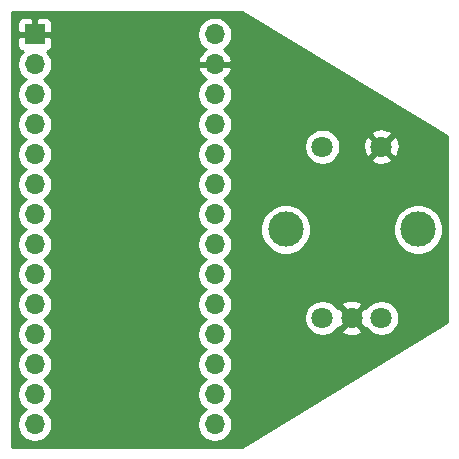
<source format=gbr>
G04 #@! TF.GenerationSoftware,KiCad,Pcbnew,(5.1.5-0-10_14)*
G04 #@! TF.CreationDate,2020-09-26T23:49:40+02:00*
G04 #@! TF.ProjectId,es_rotary,65735f72-6f74-4617-9279-2e6b69636164,rev?*
G04 #@! TF.SameCoordinates,Original*
G04 #@! TF.FileFunction,Copper,L2,Bot*
G04 #@! TF.FilePolarity,Positive*
%FSLAX46Y46*%
G04 Gerber Fmt 4.6, Leading zero omitted, Abs format (unit mm)*
G04 Created by KiCad (PCBNEW (5.1.5-0-10_14)) date 2020-09-26 23:49:40*
%MOMM*%
%LPD*%
G04 APERTURE LIST*
%ADD10O,1.700000X1.700000*%
%ADD11R,1.700000X1.700000*%
%ADD12C,3.000000*%
%ADD13C,1.800000*%
%ADD14C,0.254000*%
G04 APERTURE END LIST*
D10*
X149860000Y-104140000D03*
X149860000Y-101600000D03*
X149860000Y-99060000D03*
X149860000Y-96520000D03*
X149860000Y-93980000D03*
X149860000Y-91440000D03*
X149860000Y-88900000D03*
X149860000Y-86360000D03*
X149860000Y-83820000D03*
X149860000Y-81280000D03*
X149860000Y-78740000D03*
X149860000Y-76200000D03*
X149860000Y-73660000D03*
X149860000Y-71120000D03*
D11*
X134620000Y-71120000D03*
D10*
X134620000Y-73660000D03*
X134620000Y-76200000D03*
X134620000Y-78740000D03*
X134620000Y-81280000D03*
X134620000Y-83820000D03*
X134620000Y-86360000D03*
X134620000Y-88900000D03*
X134620000Y-91440000D03*
X134620000Y-93980000D03*
X134620000Y-96520000D03*
X134620000Y-99060000D03*
X134620000Y-101600000D03*
X134620000Y-104140000D03*
D12*
X155874999Y-87630000D03*
X167074999Y-87630000D03*
D13*
X163974999Y-80630000D03*
X163974999Y-95130000D03*
X161474999Y-95130000D03*
X158974999Y-95130000D03*
X158974999Y-80630000D03*
D14*
G36*
X169520000Y-79746407D02*
G01*
X169520001Y-95513592D01*
X152215330Y-106020000D01*
X132740000Y-106020000D01*
X132740000Y-71970000D01*
X133131928Y-71970000D01*
X133144188Y-72094482D01*
X133180498Y-72214180D01*
X133239463Y-72324494D01*
X133318815Y-72421185D01*
X133415506Y-72500537D01*
X133525820Y-72559502D01*
X133598380Y-72581513D01*
X133466525Y-72713368D01*
X133304010Y-72956589D01*
X133192068Y-73226842D01*
X133135000Y-73513740D01*
X133135000Y-73806260D01*
X133192068Y-74093158D01*
X133304010Y-74363411D01*
X133466525Y-74606632D01*
X133673368Y-74813475D01*
X133847760Y-74930000D01*
X133673368Y-75046525D01*
X133466525Y-75253368D01*
X133304010Y-75496589D01*
X133192068Y-75766842D01*
X133135000Y-76053740D01*
X133135000Y-76346260D01*
X133192068Y-76633158D01*
X133304010Y-76903411D01*
X133466525Y-77146632D01*
X133673368Y-77353475D01*
X133847760Y-77470000D01*
X133673368Y-77586525D01*
X133466525Y-77793368D01*
X133304010Y-78036589D01*
X133192068Y-78306842D01*
X133135000Y-78593740D01*
X133135000Y-78886260D01*
X133192068Y-79173158D01*
X133304010Y-79443411D01*
X133466525Y-79686632D01*
X133673368Y-79893475D01*
X133847760Y-80010000D01*
X133673368Y-80126525D01*
X133466525Y-80333368D01*
X133304010Y-80576589D01*
X133192068Y-80846842D01*
X133135000Y-81133740D01*
X133135000Y-81426260D01*
X133192068Y-81713158D01*
X133304010Y-81983411D01*
X133466525Y-82226632D01*
X133673368Y-82433475D01*
X133847760Y-82550000D01*
X133673368Y-82666525D01*
X133466525Y-82873368D01*
X133304010Y-83116589D01*
X133192068Y-83386842D01*
X133135000Y-83673740D01*
X133135000Y-83966260D01*
X133192068Y-84253158D01*
X133304010Y-84523411D01*
X133466525Y-84766632D01*
X133673368Y-84973475D01*
X133847760Y-85090000D01*
X133673368Y-85206525D01*
X133466525Y-85413368D01*
X133304010Y-85656589D01*
X133192068Y-85926842D01*
X133135000Y-86213740D01*
X133135000Y-86506260D01*
X133192068Y-86793158D01*
X133304010Y-87063411D01*
X133466525Y-87306632D01*
X133673368Y-87513475D01*
X133847760Y-87630000D01*
X133673368Y-87746525D01*
X133466525Y-87953368D01*
X133304010Y-88196589D01*
X133192068Y-88466842D01*
X133135000Y-88753740D01*
X133135000Y-89046260D01*
X133192068Y-89333158D01*
X133304010Y-89603411D01*
X133466525Y-89846632D01*
X133673368Y-90053475D01*
X133847760Y-90170000D01*
X133673368Y-90286525D01*
X133466525Y-90493368D01*
X133304010Y-90736589D01*
X133192068Y-91006842D01*
X133135000Y-91293740D01*
X133135000Y-91586260D01*
X133192068Y-91873158D01*
X133304010Y-92143411D01*
X133466525Y-92386632D01*
X133673368Y-92593475D01*
X133847760Y-92710000D01*
X133673368Y-92826525D01*
X133466525Y-93033368D01*
X133304010Y-93276589D01*
X133192068Y-93546842D01*
X133135000Y-93833740D01*
X133135000Y-94126260D01*
X133192068Y-94413158D01*
X133304010Y-94683411D01*
X133466525Y-94926632D01*
X133673368Y-95133475D01*
X133847760Y-95250000D01*
X133673368Y-95366525D01*
X133466525Y-95573368D01*
X133304010Y-95816589D01*
X133192068Y-96086842D01*
X133135000Y-96373740D01*
X133135000Y-96666260D01*
X133192068Y-96953158D01*
X133304010Y-97223411D01*
X133466525Y-97466632D01*
X133673368Y-97673475D01*
X133847760Y-97790000D01*
X133673368Y-97906525D01*
X133466525Y-98113368D01*
X133304010Y-98356589D01*
X133192068Y-98626842D01*
X133135000Y-98913740D01*
X133135000Y-99206260D01*
X133192068Y-99493158D01*
X133304010Y-99763411D01*
X133466525Y-100006632D01*
X133673368Y-100213475D01*
X133847760Y-100330000D01*
X133673368Y-100446525D01*
X133466525Y-100653368D01*
X133304010Y-100896589D01*
X133192068Y-101166842D01*
X133135000Y-101453740D01*
X133135000Y-101746260D01*
X133192068Y-102033158D01*
X133304010Y-102303411D01*
X133466525Y-102546632D01*
X133673368Y-102753475D01*
X133847760Y-102870000D01*
X133673368Y-102986525D01*
X133466525Y-103193368D01*
X133304010Y-103436589D01*
X133192068Y-103706842D01*
X133135000Y-103993740D01*
X133135000Y-104286260D01*
X133192068Y-104573158D01*
X133304010Y-104843411D01*
X133466525Y-105086632D01*
X133673368Y-105293475D01*
X133916589Y-105455990D01*
X134186842Y-105567932D01*
X134473740Y-105625000D01*
X134766260Y-105625000D01*
X135053158Y-105567932D01*
X135323411Y-105455990D01*
X135566632Y-105293475D01*
X135773475Y-105086632D01*
X135935990Y-104843411D01*
X136047932Y-104573158D01*
X136105000Y-104286260D01*
X136105000Y-103993740D01*
X136047932Y-103706842D01*
X135935990Y-103436589D01*
X135773475Y-103193368D01*
X135566632Y-102986525D01*
X135392240Y-102870000D01*
X135566632Y-102753475D01*
X135773475Y-102546632D01*
X135935990Y-102303411D01*
X136047932Y-102033158D01*
X136105000Y-101746260D01*
X136105000Y-101453740D01*
X136047932Y-101166842D01*
X135935990Y-100896589D01*
X135773475Y-100653368D01*
X135566632Y-100446525D01*
X135392240Y-100330000D01*
X135566632Y-100213475D01*
X135773475Y-100006632D01*
X135935990Y-99763411D01*
X136047932Y-99493158D01*
X136105000Y-99206260D01*
X136105000Y-98913740D01*
X136047932Y-98626842D01*
X135935990Y-98356589D01*
X135773475Y-98113368D01*
X135566632Y-97906525D01*
X135392240Y-97790000D01*
X135566632Y-97673475D01*
X135773475Y-97466632D01*
X135935990Y-97223411D01*
X136047932Y-96953158D01*
X136105000Y-96666260D01*
X136105000Y-96373740D01*
X136047932Y-96086842D01*
X135935990Y-95816589D01*
X135773475Y-95573368D01*
X135566632Y-95366525D01*
X135392240Y-95250000D01*
X135566632Y-95133475D01*
X135773475Y-94926632D01*
X135935990Y-94683411D01*
X136047932Y-94413158D01*
X136105000Y-94126260D01*
X136105000Y-93833740D01*
X136047932Y-93546842D01*
X135935990Y-93276589D01*
X135773475Y-93033368D01*
X135566632Y-92826525D01*
X135392240Y-92710000D01*
X135566632Y-92593475D01*
X135773475Y-92386632D01*
X135935990Y-92143411D01*
X136047932Y-91873158D01*
X136105000Y-91586260D01*
X136105000Y-91293740D01*
X136047932Y-91006842D01*
X135935990Y-90736589D01*
X135773475Y-90493368D01*
X135566632Y-90286525D01*
X135392240Y-90170000D01*
X135566632Y-90053475D01*
X135773475Y-89846632D01*
X135935990Y-89603411D01*
X136047932Y-89333158D01*
X136105000Y-89046260D01*
X136105000Y-88753740D01*
X136047932Y-88466842D01*
X135935990Y-88196589D01*
X135773475Y-87953368D01*
X135566632Y-87746525D01*
X135392240Y-87630000D01*
X135566632Y-87513475D01*
X135773475Y-87306632D01*
X135935990Y-87063411D01*
X136047932Y-86793158D01*
X136105000Y-86506260D01*
X136105000Y-86213740D01*
X136047932Y-85926842D01*
X135935990Y-85656589D01*
X135773475Y-85413368D01*
X135566632Y-85206525D01*
X135392240Y-85090000D01*
X135566632Y-84973475D01*
X135773475Y-84766632D01*
X135935990Y-84523411D01*
X136047932Y-84253158D01*
X136105000Y-83966260D01*
X136105000Y-83673740D01*
X136047932Y-83386842D01*
X135935990Y-83116589D01*
X135773475Y-82873368D01*
X135566632Y-82666525D01*
X135392240Y-82550000D01*
X135566632Y-82433475D01*
X135773475Y-82226632D01*
X135935990Y-81983411D01*
X136047932Y-81713158D01*
X136105000Y-81426260D01*
X136105000Y-81133740D01*
X136047932Y-80846842D01*
X135935990Y-80576589D01*
X135773475Y-80333368D01*
X135566632Y-80126525D01*
X135392240Y-80010000D01*
X135566632Y-79893475D01*
X135773475Y-79686632D01*
X135935990Y-79443411D01*
X136047932Y-79173158D01*
X136105000Y-78886260D01*
X136105000Y-78593740D01*
X136047932Y-78306842D01*
X135935990Y-78036589D01*
X135773475Y-77793368D01*
X135566632Y-77586525D01*
X135392240Y-77470000D01*
X135566632Y-77353475D01*
X135773475Y-77146632D01*
X135935990Y-76903411D01*
X136047932Y-76633158D01*
X136105000Y-76346260D01*
X136105000Y-76053740D01*
X148375000Y-76053740D01*
X148375000Y-76346260D01*
X148432068Y-76633158D01*
X148544010Y-76903411D01*
X148706525Y-77146632D01*
X148913368Y-77353475D01*
X149087760Y-77470000D01*
X148913368Y-77586525D01*
X148706525Y-77793368D01*
X148544010Y-78036589D01*
X148432068Y-78306842D01*
X148375000Y-78593740D01*
X148375000Y-78886260D01*
X148432068Y-79173158D01*
X148544010Y-79443411D01*
X148706525Y-79686632D01*
X148913368Y-79893475D01*
X149087760Y-80010000D01*
X148913368Y-80126525D01*
X148706525Y-80333368D01*
X148544010Y-80576589D01*
X148432068Y-80846842D01*
X148375000Y-81133740D01*
X148375000Y-81426260D01*
X148432068Y-81713158D01*
X148544010Y-81983411D01*
X148706525Y-82226632D01*
X148913368Y-82433475D01*
X149087760Y-82550000D01*
X148913368Y-82666525D01*
X148706525Y-82873368D01*
X148544010Y-83116589D01*
X148432068Y-83386842D01*
X148375000Y-83673740D01*
X148375000Y-83966260D01*
X148432068Y-84253158D01*
X148544010Y-84523411D01*
X148706525Y-84766632D01*
X148913368Y-84973475D01*
X149087760Y-85090000D01*
X148913368Y-85206525D01*
X148706525Y-85413368D01*
X148544010Y-85656589D01*
X148432068Y-85926842D01*
X148375000Y-86213740D01*
X148375000Y-86506260D01*
X148432068Y-86793158D01*
X148544010Y-87063411D01*
X148706525Y-87306632D01*
X148913368Y-87513475D01*
X149087760Y-87630000D01*
X148913368Y-87746525D01*
X148706525Y-87953368D01*
X148544010Y-88196589D01*
X148432068Y-88466842D01*
X148375000Y-88753740D01*
X148375000Y-89046260D01*
X148432068Y-89333158D01*
X148544010Y-89603411D01*
X148706525Y-89846632D01*
X148913368Y-90053475D01*
X149087760Y-90170000D01*
X148913368Y-90286525D01*
X148706525Y-90493368D01*
X148544010Y-90736589D01*
X148432068Y-91006842D01*
X148375000Y-91293740D01*
X148375000Y-91586260D01*
X148432068Y-91873158D01*
X148544010Y-92143411D01*
X148706525Y-92386632D01*
X148913368Y-92593475D01*
X149087760Y-92710000D01*
X148913368Y-92826525D01*
X148706525Y-93033368D01*
X148544010Y-93276589D01*
X148432068Y-93546842D01*
X148375000Y-93833740D01*
X148375000Y-94126260D01*
X148432068Y-94413158D01*
X148544010Y-94683411D01*
X148706525Y-94926632D01*
X148913368Y-95133475D01*
X149087760Y-95250000D01*
X148913368Y-95366525D01*
X148706525Y-95573368D01*
X148544010Y-95816589D01*
X148432068Y-96086842D01*
X148375000Y-96373740D01*
X148375000Y-96666260D01*
X148432068Y-96953158D01*
X148544010Y-97223411D01*
X148706525Y-97466632D01*
X148913368Y-97673475D01*
X149087760Y-97790000D01*
X148913368Y-97906525D01*
X148706525Y-98113368D01*
X148544010Y-98356589D01*
X148432068Y-98626842D01*
X148375000Y-98913740D01*
X148375000Y-99206260D01*
X148432068Y-99493158D01*
X148544010Y-99763411D01*
X148706525Y-100006632D01*
X148913368Y-100213475D01*
X149087760Y-100330000D01*
X148913368Y-100446525D01*
X148706525Y-100653368D01*
X148544010Y-100896589D01*
X148432068Y-101166842D01*
X148375000Y-101453740D01*
X148375000Y-101746260D01*
X148432068Y-102033158D01*
X148544010Y-102303411D01*
X148706525Y-102546632D01*
X148913368Y-102753475D01*
X149087760Y-102870000D01*
X148913368Y-102986525D01*
X148706525Y-103193368D01*
X148544010Y-103436589D01*
X148432068Y-103706842D01*
X148375000Y-103993740D01*
X148375000Y-104286260D01*
X148432068Y-104573158D01*
X148544010Y-104843411D01*
X148706525Y-105086632D01*
X148913368Y-105293475D01*
X149156589Y-105455990D01*
X149426842Y-105567932D01*
X149713740Y-105625000D01*
X150006260Y-105625000D01*
X150293158Y-105567932D01*
X150563411Y-105455990D01*
X150806632Y-105293475D01*
X151013475Y-105086632D01*
X151175990Y-104843411D01*
X151287932Y-104573158D01*
X151345000Y-104286260D01*
X151345000Y-103993740D01*
X151287932Y-103706842D01*
X151175990Y-103436589D01*
X151013475Y-103193368D01*
X150806632Y-102986525D01*
X150632240Y-102870000D01*
X150806632Y-102753475D01*
X151013475Y-102546632D01*
X151175990Y-102303411D01*
X151287932Y-102033158D01*
X151345000Y-101746260D01*
X151345000Y-101453740D01*
X151287932Y-101166842D01*
X151175990Y-100896589D01*
X151013475Y-100653368D01*
X150806632Y-100446525D01*
X150632240Y-100330000D01*
X150806632Y-100213475D01*
X151013475Y-100006632D01*
X151175990Y-99763411D01*
X151287932Y-99493158D01*
X151345000Y-99206260D01*
X151345000Y-98913740D01*
X151287932Y-98626842D01*
X151175990Y-98356589D01*
X151013475Y-98113368D01*
X150806632Y-97906525D01*
X150632240Y-97790000D01*
X150806632Y-97673475D01*
X151013475Y-97466632D01*
X151175990Y-97223411D01*
X151287932Y-96953158D01*
X151345000Y-96666260D01*
X151345000Y-96373740D01*
X151287932Y-96086842D01*
X151175990Y-95816589D01*
X151013475Y-95573368D01*
X150806632Y-95366525D01*
X150632240Y-95250000D01*
X150806632Y-95133475D01*
X150961291Y-94978816D01*
X157439999Y-94978816D01*
X157439999Y-95281184D01*
X157498988Y-95577743D01*
X157614700Y-95857095D01*
X157782687Y-96108505D01*
X157996494Y-96322312D01*
X158247904Y-96490299D01*
X158527256Y-96606011D01*
X158823815Y-96665000D01*
X159126183Y-96665000D01*
X159422742Y-96606011D01*
X159702094Y-96490299D01*
X159953504Y-96322312D01*
X160081736Y-96194080D01*
X160590524Y-96194080D01*
X160674207Y-96448261D01*
X160946774Y-96579158D01*
X161239641Y-96654365D01*
X161541552Y-96670991D01*
X161840906Y-96628397D01*
X162126198Y-96528222D01*
X162275791Y-96448261D01*
X162359474Y-96194080D01*
X161474999Y-95309605D01*
X160590524Y-96194080D01*
X160081736Y-96194080D01*
X160167311Y-96108505D01*
X160262737Y-95965690D01*
X160410919Y-96014475D01*
X161295394Y-95130000D01*
X161654604Y-95130000D01*
X162539079Y-96014475D01*
X162687261Y-95965690D01*
X162782687Y-96108505D01*
X162996494Y-96322312D01*
X163247904Y-96490299D01*
X163527256Y-96606011D01*
X163823815Y-96665000D01*
X164126183Y-96665000D01*
X164422742Y-96606011D01*
X164702094Y-96490299D01*
X164953504Y-96322312D01*
X165167311Y-96108505D01*
X165335298Y-95857095D01*
X165451010Y-95577743D01*
X165509999Y-95281184D01*
X165509999Y-94978816D01*
X165451010Y-94682257D01*
X165335298Y-94402905D01*
X165167311Y-94151495D01*
X164953504Y-93937688D01*
X164702094Y-93769701D01*
X164422742Y-93653989D01*
X164126183Y-93595000D01*
X163823815Y-93595000D01*
X163527256Y-93653989D01*
X163247904Y-93769701D01*
X162996494Y-93937688D01*
X162782687Y-94151495D01*
X162687261Y-94294310D01*
X162539079Y-94245525D01*
X161654604Y-95130000D01*
X161295394Y-95130000D01*
X160410919Y-94245525D01*
X160262737Y-94294310D01*
X160167311Y-94151495D01*
X160081736Y-94065920D01*
X160590524Y-94065920D01*
X161474999Y-94950395D01*
X162359474Y-94065920D01*
X162275791Y-93811739D01*
X162003224Y-93680842D01*
X161710357Y-93605635D01*
X161408446Y-93589009D01*
X161109092Y-93631603D01*
X160823800Y-93731778D01*
X160674207Y-93811739D01*
X160590524Y-94065920D01*
X160081736Y-94065920D01*
X159953504Y-93937688D01*
X159702094Y-93769701D01*
X159422742Y-93653989D01*
X159126183Y-93595000D01*
X158823815Y-93595000D01*
X158527256Y-93653989D01*
X158247904Y-93769701D01*
X157996494Y-93937688D01*
X157782687Y-94151495D01*
X157614700Y-94402905D01*
X157498988Y-94682257D01*
X157439999Y-94978816D01*
X150961291Y-94978816D01*
X151013475Y-94926632D01*
X151175990Y-94683411D01*
X151287932Y-94413158D01*
X151345000Y-94126260D01*
X151345000Y-93833740D01*
X151287932Y-93546842D01*
X151175990Y-93276589D01*
X151013475Y-93033368D01*
X150806632Y-92826525D01*
X150632240Y-92710000D01*
X150806632Y-92593475D01*
X151013475Y-92386632D01*
X151175990Y-92143411D01*
X151287932Y-91873158D01*
X151345000Y-91586260D01*
X151345000Y-91293740D01*
X151287932Y-91006842D01*
X151175990Y-90736589D01*
X151013475Y-90493368D01*
X150806632Y-90286525D01*
X150632240Y-90170000D01*
X150806632Y-90053475D01*
X151013475Y-89846632D01*
X151175990Y-89603411D01*
X151287932Y-89333158D01*
X151345000Y-89046260D01*
X151345000Y-88753740D01*
X151287932Y-88466842D01*
X151175990Y-88196589D01*
X151013475Y-87953368D01*
X150806632Y-87746525D01*
X150632240Y-87630000D01*
X150806632Y-87513475D01*
X150900386Y-87419721D01*
X153739999Y-87419721D01*
X153739999Y-87840279D01*
X153822046Y-88252756D01*
X153982987Y-88641302D01*
X154216636Y-88990983D01*
X154514016Y-89288363D01*
X154863697Y-89522012D01*
X155252243Y-89682953D01*
X155664720Y-89765000D01*
X156085278Y-89765000D01*
X156497755Y-89682953D01*
X156886301Y-89522012D01*
X157235982Y-89288363D01*
X157533362Y-88990983D01*
X157767011Y-88641302D01*
X157927952Y-88252756D01*
X158009999Y-87840279D01*
X158009999Y-87419721D01*
X164939999Y-87419721D01*
X164939999Y-87840279D01*
X165022046Y-88252756D01*
X165182987Y-88641302D01*
X165416636Y-88990983D01*
X165714016Y-89288363D01*
X166063697Y-89522012D01*
X166452243Y-89682953D01*
X166864720Y-89765000D01*
X167285278Y-89765000D01*
X167697755Y-89682953D01*
X168086301Y-89522012D01*
X168435982Y-89288363D01*
X168733362Y-88990983D01*
X168967011Y-88641302D01*
X169127952Y-88252756D01*
X169209999Y-87840279D01*
X169209999Y-87419721D01*
X169127952Y-87007244D01*
X168967011Y-86618698D01*
X168733362Y-86269017D01*
X168435982Y-85971637D01*
X168086301Y-85737988D01*
X167697755Y-85577047D01*
X167285278Y-85495000D01*
X166864720Y-85495000D01*
X166452243Y-85577047D01*
X166063697Y-85737988D01*
X165714016Y-85971637D01*
X165416636Y-86269017D01*
X165182987Y-86618698D01*
X165022046Y-87007244D01*
X164939999Y-87419721D01*
X158009999Y-87419721D01*
X157927952Y-87007244D01*
X157767011Y-86618698D01*
X157533362Y-86269017D01*
X157235982Y-85971637D01*
X156886301Y-85737988D01*
X156497755Y-85577047D01*
X156085278Y-85495000D01*
X155664720Y-85495000D01*
X155252243Y-85577047D01*
X154863697Y-85737988D01*
X154514016Y-85971637D01*
X154216636Y-86269017D01*
X153982987Y-86618698D01*
X153822046Y-87007244D01*
X153739999Y-87419721D01*
X150900386Y-87419721D01*
X151013475Y-87306632D01*
X151175990Y-87063411D01*
X151287932Y-86793158D01*
X151345000Y-86506260D01*
X151345000Y-86213740D01*
X151287932Y-85926842D01*
X151175990Y-85656589D01*
X151013475Y-85413368D01*
X150806632Y-85206525D01*
X150632240Y-85090000D01*
X150806632Y-84973475D01*
X151013475Y-84766632D01*
X151175990Y-84523411D01*
X151287932Y-84253158D01*
X151345000Y-83966260D01*
X151345000Y-83673740D01*
X151287932Y-83386842D01*
X151175990Y-83116589D01*
X151013475Y-82873368D01*
X150806632Y-82666525D01*
X150632240Y-82550000D01*
X150806632Y-82433475D01*
X151013475Y-82226632D01*
X151175990Y-81983411D01*
X151287932Y-81713158D01*
X151345000Y-81426260D01*
X151345000Y-81133740D01*
X151287932Y-80846842D01*
X151175990Y-80576589D01*
X151110661Y-80478816D01*
X157439999Y-80478816D01*
X157439999Y-80781184D01*
X157498988Y-81077743D01*
X157614700Y-81357095D01*
X157782687Y-81608505D01*
X157996494Y-81822312D01*
X158247904Y-81990299D01*
X158527256Y-82106011D01*
X158823815Y-82165000D01*
X159126183Y-82165000D01*
X159422742Y-82106011D01*
X159702094Y-81990299D01*
X159953504Y-81822312D01*
X160081736Y-81694080D01*
X163090524Y-81694080D01*
X163174207Y-81948261D01*
X163446774Y-82079158D01*
X163739641Y-82154365D01*
X164041552Y-82170991D01*
X164340906Y-82128397D01*
X164626198Y-82028222D01*
X164775791Y-81948261D01*
X164859474Y-81694080D01*
X163974999Y-80809605D01*
X163090524Y-81694080D01*
X160081736Y-81694080D01*
X160167311Y-81608505D01*
X160335298Y-81357095D01*
X160451010Y-81077743D01*
X160509999Y-80781184D01*
X160509999Y-80696553D01*
X162434008Y-80696553D01*
X162476602Y-80995907D01*
X162576777Y-81281199D01*
X162656738Y-81430792D01*
X162910919Y-81514475D01*
X163795394Y-80630000D01*
X164154604Y-80630000D01*
X165039079Y-81514475D01*
X165293260Y-81430792D01*
X165424157Y-81158225D01*
X165499364Y-80865358D01*
X165515990Y-80563447D01*
X165473396Y-80264093D01*
X165373221Y-79978801D01*
X165293260Y-79829208D01*
X165039079Y-79745525D01*
X164154604Y-80630000D01*
X163795394Y-80630000D01*
X162910919Y-79745525D01*
X162656738Y-79829208D01*
X162525841Y-80101775D01*
X162450634Y-80394642D01*
X162434008Y-80696553D01*
X160509999Y-80696553D01*
X160509999Y-80478816D01*
X160451010Y-80182257D01*
X160335298Y-79902905D01*
X160167311Y-79651495D01*
X160081736Y-79565920D01*
X163090524Y-79565920D01*
X163974999Y-80450395D01*
X164859474Y-79565920D01*
X164775791Y-79311739D01*
X164503224Y-79180842D01*
X164210357Y-79105635D01*
X163908446Y-79089009D01*
X163609092Y-79131603D01*
X163323800Y-79231778D01*
X163174207Y-79311739D01*
X163090524Y-79565920D01*
X160081736Y-79565920D01*
X159953504Y-79437688D01*
X159702094Y-79269701D01*
X159422742Y-79153989D01*
X159126183Y-79095000D01*
X158823815Y-79095000D01*
X158527256Y-79153989D01*
X158247904Y-79269701D01*
X157996494Y-79437688D01*
X157782687Y-79651495D01*
X157614700Y-79902905D01*
X157498988Y-80182257D01*
X157439999Y-80478816D01*
X151110661Y-80478816D01*
X151013475Y-80333368D01*
X150806632Y-80126525D01*
X150632240Y-80010000D01*
X150806632Y-79893475D01*
X151013475Y-79686632D01*
X151175990Y-79443411D01*
X151287932Y-79173158D01*
X151345000Y-78886260D01*
X151345000Y-78593740D01*
X151287932Y-78306842D01*
X151175990Y-78036589D01*
X151013475Y-77793368D01*
X150806632Y-77586525D01*
X150632240Y-77470000D01*
X150806632Y-77353475D01*
X151013475Y-77146632D01*
X151175990Y-76903411D01*
X151287932Y-76633158D01*
X151345000Y-76346260D01*
X151345000Y-76053740D01*
X151287932Y-75766842D01*
X151175990Y-75496589D01*
X151013475Y-75253368D01*
X150806632Y-75046525D01*
X150624466Y-74924805D01*
X150741355Y-74855178D01*
X150957588Y-74660269D01*
X151131641Y-74426920D01*
X151256825Y-74164099D01*
X151301476Y-74016890D01*
X151180155Y-73787000D01*
X149987000Y-73787000D01*
X149987000Y-73807000D01*
X149733000Y-73807000D01*
X149733000Y-73787000D01*
X148539845Y-73787000D01*
X148418524Y-74016890D01*
X148463175Y-74164099D01*
X148588359Y-74426920D01*
X148762412Y-74660269D01*
X148978645Y-74855178D01*
X149095534Y-74924805D01*
X148913368Y-75046525D01*
X148706525Y-75253368D01*
X148544010Y-75496589D01*
X148432068Y-75766842D01*
X148375000Y-76053740D01*
X136105000Y-76053740D01*
X136047932Y-75766842D01*
X135935990Y-75496589D01*
X135773475Y-75253368D01*
X135566632Y-75046525D01*
X135392240Y-74930000D01*
X135566632Y-74813475D01*
X135773475Y-74606632D01*
X135935990Y-74363411D01*
X136047932Y-74093158D01*
X136105000Y-73806260D01*
X136105000Y-73513740D01*
X136047932Y-73226842D01*
X135935990Y-72956589D01*
X135773475Y-72713368D01*
X135641620Y-72581513D01*
X135714180Y-72559502D01*
X135824494Y-72500537D01*
X135921185Y-72421185D01*
X136000537Y-72324494D01*
X136059502Y-72214180D01*
X136095812Y-72094482D01*
X136108072Y-71970000D01*
X136105000Y-71405750D01*
X135946250Y-71247000D01*
X134747000Y-71247000D01*
X134747000Y-71267000D01*
X134493000Y-71267000D01*
X134493000Y-71247000D01*
X133293750Y-71247000D01*
X133135000Y-71405750D01*
X133131928Y-71970000D01*
X132740000Y-71970000D01*
X132740000Y-70270000D01*
X133131928Y-70270000D01*
X133135000Y-70834250D01*
X133293750Y-70993000D01*
X134493000Y-70993000D01*
X134493000Y-69793750D01*
X134747000Y-69793750D01*
X134747000Y-70993000D01*
X135946250Y-70993000D01*
X135965510Y-70973740D01*
X148375000Y-70973740D01*
X148375000Y-71266260D01*
X148432068Y-71553158D01*
X148544010Y-71823411D01*
X148706525Y-72066632D01*
X148913368Y-72273475D01*
X149095534Y-72395195D01*
X148978645Y-72464822D01*
X148762412Y-72659731D01*
X148588359Y-72893080D01*
X148463175Y-73155901D01*
X148418524Y-73303110D01*
X148539845Y-73533000D01*
X149733000Y-73533000D01*
X149733000Y-73513000D01*
X149987000Y-73513000D01*
X149987000Y-73533000D01*
X151180155Y-73533000D01*
X151301476Y-73303110D01*
X151256825Y-73155901D01*
X151131641Y-72893080D01*
X150957588Y-72659731D01*
X150741355Y-72464822D01*
X150624466Y-72395195D01*
X150806632Y-72273475D01*
X151013475Y-72066632D01*
X151175990Y-71823411D01*
X151287932Y-71553158D01*
X151345000Y-71266260D01*
X151345000Y-70973740D01*
X151287932Y-70686842D01*
X151175990Y-70416589D01*
X151013475Y-70173368D01*
X150806632Y-69966525D01*
X150563411Y-69804010D01*
X150293158Y-69692068D01*
X150006260Y-69635000D01*
X149713740Y-69635000D01*
X149426842Y-69692068D01*
X149156589Y-69804010D01*
X148913368Y-69966525D01*
X148706525Y-70173368D01*
X148544010Y-70416589D01*
X148432068Y-70686842D01*
X148375000Y-70973740D01*
X135965510Y-70973740D01*
X136105000Y-70834250D01*
X136108072Y-70270000D01*
X136095812Y-70145518D01*
X136059502Y-70025820D01*
X136000537Y-69915506D01*
X135921185Y-69818815D01*
X135824494Y-69739463D01*
X135714180Y-69680498D01*
X135594482Y-69644188D01*
X135470000Y-69631928D01*
X134905750Y-69635000D01*
X134747000Y-69793750D01*
X134493000Y-69793750D01*
X134334250Y-69635000D01*
X133770000Y-69631928D01*
X133645518Y-69644188D01*
X133525820Y-69680498D01*
X133415506Y-69739463D01*
X133318815Y-69818815D01*
X133239463Y-69915506D01*
X133180498Y-70025820D01*
X133144188Y-70145518D01*
X133131928Y-70270000D01*
X132740000Y-70270000D01*
X132740000Y-69240000D01*
X152215330Y-69240000D01*
X169520000Y-79746407D01*
G37*
X169520000Y-79746407D02*
X169520001Y-95513592D01*
X152215330Y-106020000D01*
X132740000Y-106020000D01*
X132740000Y-71970000D01*
X133131928Y-71970000D01*
X133144188Y-72094482D01*
X133180498Y-72214180D01*
X133239463Y-72324494D01*
X133318815Y-72421185D01*
X133415506Y-72500537D01*
X133525820Y-72559502D01*
X133598380Y-72581513D01*
X133466525Y-72713368D01*
X133304010Y-72956589D01*
X133192068Y-73226842D01*
X133135000Y-73513740D01*
X133135000Y-73806260D01*
X133192068Y-74093158D01*
X133304010Y-74363411D01*
X133466525Y-74606632D01*
X133673368Y-74813475D01*
X133847760Y-74930000D01*
X133673368Y-75046525D01*
X133466525Y-75253368D01*
X133304010Y-75496589D01*
X133192068Y-75766842D01*
X133135000Y-76053740D01*
X133135000Y-76346260D01*
X133192068Y-76633158D01*
X133304010Y-76903411D01*
X133466525Y-77146632D01*
X133673368Y-77353475D01*
X133847760Y-77470000D01*
X133673368Y-77586525D01*
X133466525Y-77793368D01*
X133304010Y-78036589D01*
X133192068Y-78306842D01*
X133135000Y-78593740D01*
X133135000Y-78886260D01*
X133192068Y-79173158D01*
X133304010Y-79443411D01*
X133466525Y-79686632D01*
X133673368Y-79893475D01*
X133847760Y-80010000D01*
X133673368Y-80126525D01*
X133466525Y-80333368D01*
X133304010Y-80576589D01*
X133192068Y-80846842D01*
X133135000Y-81133740D01*
X133135000Y-81426260D01*
X133192068Y-81713158D01*
X133304010Y-81983411D01*
X133466525Y-82226632D01*
X133673368Y-82433475D01*
X133847760Y-82550000D01*
X133673368Y-82666525D01*
X133466525Y-82873368D01*
X133304010Y-83116589D01*
X133192068Y-83386842D01*
X133135000Y-83673740D01*
X133135000Y-83966260D01*
X133192068Y-84253158D01*
X133304010Y-84523411D01*
X133466525Y-84766632D01*
X133673368Y-84973475D01*
X133847760Y-85090000D01*
X133673368Y-85206525D01*
X133466525Y-85413368D01*
X133304010Y-85656589D01*
X133192068Y-85926842D01*
X133135000Y-86213740D01*
X133135000Y-86506260D01*
X133192068Y-86793158D01*
X133304010Y-87063411D01*
X133466525Y-87306632D01*
X133673368Y-87513475D01*
X133847760Y-87630000D01*
X133673368Y-87746525D01*
X133466525Y-87953368D01*
X133304010Y-88196589D01*
X133192068Y-88466842D01*
X133135000Y-88753740D01*
X133135000Y-89046260D01*
X133192068Y-89333158D01*
X133304010Y-89603411D01*
X133466525Y-89846632D01*
X133673368Y-90053475D01*
X133847760Y-90170000D01*
X133673368Y-90286525D01*
X133466525Y-90493368D01*
X133304010Y-90736589D01*
X133192068Y-91006842D01*
X133135000Y-91293740D01*
X133135000Y-91586260D01*
X133192068Y-91873158D01*
X133304010Y-92143411D01*
X133466525Y-92386632D01*
X133673368Y-92593475D01*
X133847760Y-92710000D01*
X133673368Y-92826525D01*
X133466525Y-93033368D01*
X133304010Y-93276589D01*
X133192068Y-93546842D01*
X133135000Y-93833740D01*
X133135000Y-94126260D01*
X133192068Y-94413158D01*
X133304010Y-94683411D01*
X133466525Y-94926632D01*
X133673368Y-95133475D01*
X133847760Y-95250000D01*
X133673368Y-95366525D01*
X133466525Y-95573368D01*
X133304010Y-95816589D01*
X133192068Y-96086842D01*
X133135000Y-96373740D01*
X133135000Y-96666260D01*
X133192068Y-96953158D01*
X133304010Y-97223411D01*
X133466525Y-97466632D01*
X133673368Y-97673475D01*
X133847760Y-97790000D01*
X133673368Y-97906525D01*
X133466525Y-98113368D01*
X133304010Y-98356589D01*
X133192068Y-98626842D01*
X133135000Y-98913740D01*
X133135000Y-99206260D01*
X133192068Y-99493158D01*
X133304010Y-99763411D01*
X133466525Y-100006632D01*
X133673368Y-100213475D01*
X133847760Y-100330000D01*
X133673368Y-100446525D01*
X133466525Y-100653368D01*
X133304010Y-100896589D01*
X133192068Y-101166842D01*
X133135000Y-101453740D01*
X133135000Y-101746260D01*
X133192068Y-102033158D01*
X133304010Y-102303411D01*
X133466525Y-102546632D01*
X133673368Y-102753475D01*
X133847760Y-102870000D01*
X133673368Y-102986525D01*
X133466525Y-103193368D01*
X133304010Y-103436589D01*
X133192068Y-103706842D01*
X133135000Y-103993740D01*
X133135000Y-104286260D01*
X133192068Y-104573158D01*
X133304010Y-104843411D01*
X133466525Y-105086632D01*
X133673368Y-105293475D01*
X133916589Y-105455990D01*
X134186842Y-105567932D01*
X134473740Y-105625000D01*
X134766260Y-105625000D01*
X135053158Y-105567932D01*
X135323411Y-105455990D01*
X135566632Y-105293475D01*
X135773475Y-105086632D01*
X135935990Y-104843411D01*
X136047932Y-104573158D01*
X136105000Y-104286260D01*
X136105000Y-103993740D01*
X136047932Y-103706842D01*
X135935990Y-103436589D01*
X135773475Y-103193368D01*
X135566632Y-102986525D01*
X135392240Y-102870000D01*
X135566632Y-102753475D01*
X135773475Y-102546632D01*
X135935990Y-102303411D01*
X136047932Y-102033158D01*
X136105000Y-101746260D01*
X136105000Y-101453740D01*
X136047932Y-101166842D01*
X135935990Y-100896589D01*
X135773475Y-100653368D01*
X135566632Y-100446525D01*
X135392240Y-100330000D01*
X135566632Y-100213475D01*
X135773475Y-100006632D01*
X135935990Y-99763411D01*
X136047932Y-99493158D01*
X136105000Y-99206260D01*
X136105000Y-98913740D01*
X136047932Y-98626842D01*
X135935990Y-98356589D01*
X135773475Y-98113368D01*
X135566632Y-97906525D01*
X135392240Y-97790000D01*
X135566632Y-97673475D01*
X135773475Y-97466632D01*
X135935990Y-97223411D01*
X136047932Y-96953158D01*
X136105000Y-96666260D01*
X136105000Y-96373740D01*
X136047932Y-96086842D01*
X135935990Y-95816589D01*
X135773475Y-95573368D01*
X135566632Y-95366525D01*
X135392240Y-95250000D01*
X135566632Y-95133475D01*
X135773475Y-94926632D01*
X135935990Y-94683411D01*
X136047932Y-94413158D01*
X136105000Y-94126260D01*
X136105000Y-93833740D01*
X136047932Y-93546842D01*
X135935990Y-93276589D01*
X135773475Y-93033368D01*
X135566632Y-92826525D01*
X135392240Y-92710000D01*
X135566632Y-92593475D01*
X135773475Y-92386632D01*
X135935990Y-92143411D01*
X136047932Y-91873158D01*
X136105000Y-91586260D01*
X136105000Y-91293740D01*
X136047932Y-91006842D01*
X135935990Y-90736589D01*
X135773475Y-90493368D01*
X135566632Y-90286525D01*
X135392240Y-90170000D01*
X135566632Y-90053475D01*
X135773475Y-89846632D01*
X135935990Y-89603411D01*
X136047932Y-89333158D01*
X136105000Y-89046260D01*
X136105000Y-88753740D01*
X136047932Y-88466842D01*
X135935990Y-88196589D01*
X135773475Y-87953368D01*
X135566632Y-87746525D01*
X135392240Y-87630000D01*
X135566632Y-87513475D01*
X135773475Y-87306632D01*
X135935990Y-87063411D01*
X136047932Y-86793158D01*
X136105000Y-86506260D01*
X136105000Y-86213740D01*
X136047932Y-85926842D01*
X135935990Y-85656589D01*
X135773475Y-85413368D01*
X135566632Y-85206525D01*
X135392240Y-85090000D01*
X135566632Y-84973475D01*
X135773475Y-84766632D01*
X135935990Y-84523411D01*
X136047932Y-84253158D01*
X136105000Y-83966260D01*
X136105000Y-83673740D01*
X136047932Y-83386842D01*
X135935990Y-83116589D01*
X135773475Y-82873368D01*
X135566632Y-82666525D01*
X135392240Y-82550000D01*
X135566632Y-82433475D01*
X135773475Y-82226632D01*
X135935990Y-81983411D01*
X136047932Y-81713158D01*
X136105000Y-81426260D01*
X136105000Y-81133740D01*
X136047932Y-80846842D01*
X135935990Y-80576589D01*
X135773475Y-80333368D01*
X135566632Y-80126525D01*
X135392240Y-80010000D01*
X135566632Y-79893475D01*
X135773475Y-79686632D01*
X135935990Y-79443411D01*
X136047932Y-79173158D01*
X136105000Y-78886260D01*
X136105000Y-78593740D01*
X136047932Y-78306842D01*
X135935990Y-78036589D01*
X135773475Y-77793368D01*
X135566632Y-77586525D01*
X135392240Y-77470000D01*
X135566632Y-77353475D01*
X135773475Y-77146632D01*
X135935990Y-76903411D01*
X136047932Y-76633158D01*
X136105000Y-76346260D01*
X136105000Y-76053740D01*
X148375000Y-76053740D01*
X148375000Y-76346260D01*
X148432068Y-76633158D01*
X148544010Y-76903411D01*
X148706525Y-77146632D01*
X148913368Y-77353475D01*
X149087760Y-77470000D01*
X148913368Y-77586525D01*
X148706525Y-77793368D01*
X148544010Y-78036589D01*
X148432068Y-78306842D01*
X148375000Y-78593740D01*
X148375000Y-78886260D01*
X148432068Y-79173158D01*
X148544010Y-79443411D01*
X148706525Y-79686632D01*
X148913368Y-79893475D01*
X149087760Y-80010000D01*
X148913368Y-80126525D01*
X148706525Y-80333368D01*
X148544010Y-80576589D01*
X148432068Y-80846842D01*
X148375000Y-81133740D01*
X148375000Y-81426260D01*
X148432068Y-81713158D01*
X148544010Y-81983411D01*
X148706525Y-82226632D01*
X148913368Y-82433475D01*
X149087760Y-82550000D01*
X148913368Y-82666525D01*
X148706525Y-82873368D01*
X148544010Y-83116589D01*
X148432068Y-83386842D01*
X148375000Y-83673740D01*
X148375000Y-83966260D01*
X148432068Y-84253158D01*
X148544010Y-84523411D01*
X148706525Y-84766632D01*
X148913368Y-84973475D01*
X149087760Y-85090000D01*
X148913368Y-85206525D01*
X148706525Y-85413368D01*
X148544010Y-85656589D01*
X148432068Y-85926842D01*
X148375000Y-86213740D01*
X148375000Y-86506260D01*
X148432068Y-86793158D01*
X148544010Y-87063411D01*
X148706525Y-87306632D01*
X148913368Y-87513475D01*
X149087760Y-87630000D01*
X148913368Y-87746525D01*
X148706525Y-87953368D01*
X148544010Y-88196589D01*
X148432068Y-88466842D01*
X148375000Y-88753740D01*
X148375000Y-89046260D01*
X148432068Y-89333158D01*
X148544010Y-89603411D01*
X148706525Y-89846632D01*
X148913368Y-90053475D01*
X149087760Y-90170000D01*
X148913368Y-90286525D01*
X148706525Y-90493368D01*
X148544010Y-90736589D01*
X148432068Y-91006842D01*
X148375000Y-91293740D01*
X148375000Y-91586260D01*
X148432068Y-91873158D01*
X148544010Y-92143411D01*
X148706525Y-92386632D01*
X148913368Y-92593475D01*
X149087760Y-92710000D01*
X148913368Y-92826525D01*
X148706525Y-93033368D01*
X148544010Y-93276589D01*
X148432068Y-93546842D01*
X148375000Y-93833740D01*
X148375000Y-94126260D01*
X148432068Y-94413158D01*
X148544010Y-94683411D01*
X148706525Y-94926632D01*
X148913368Y-95133475D01*
X149087760Y-95250000D01*
X148913368Y-95366525D01*
X148706525Y-95573368D01*
X148544010Y-95816589D01*
X148432068Y-96086842D01*
X148375000Y-96373740D01*
X148375000Y-96666260D01*
X148432068Y-96953158D01*
X148544010Y-97223411D01*
X148706525Y-97466632D01*
X148913368Y-97673475D01*
X149087760Y-97790000D01*
X148913368Y-97906525D01*
X148706525Y-98113368D01*
X148544010Y-98356589D01*
X148432068Y-98626842D01*
X148375000Y-98913740D01*
X148375000Y-99206260D01*
X148432068Y-99493158D01*
X148544010Y-99763411D01*
X148706525Y-100006632D01*
X148913368Y-100213475D01*
X149087760Y-100330000D01*
X148913368Y-100446525D01*
X148706525Y-100653368D01*
X148544010Y-100896589D01*
X148432068Y-101166842D01*
X148375000Y-101453740D01*
X148375000Y-101746260D01*
X148432068Y-102033158D01*
X148544010Y-102303411D01*
X148706525Y-102546632D01*
X148913368Y-102753475D01*
X149087760Y-102870000D01*
X148913368Y-102986525D01*
X148706525Y-103193368D01*
X148544010Y-103436589D01*
X148432068Y-103706842D01*
X148375000Y-103993740D01*
X148375000Y-104286260D01*
X148432068Y-104573158D01*
X148544010Y-104843411D01*
X148706525Y-105086632D01*
X148913368Y-105293475D01*
X149156589Y-105455990D01*
X149426842Y-105567932D01*
X149713740Y-105625000D01*
X150006260Y-105625000D01*
X150293158Y-105567932D01*
X150563411Y-105455990D01*
X150806632Y-105293475D01*
X151013475Y-105086632D01*
X151175990Y-104843411D01*
X151287932Y-104573158D01*
X151345000Y-104286260D01*
X151345000Y-103993740D01*
X151287932Y-103706842D01*
X151175990Y-103436589D01*
X151013475Y-103193368D01*
X150806632Y-102986525D01*
X150632240Y-102870000D01*
X150806632Y-102753475D01*
X151013475Y-102546632D01*
X151175990Y-102303411D01*
X151287932Y-102033158D01*
X151345000Y-101746260D01*
X151345000Y-101453740D01*
X151287932Y-101166842D01*
X151175990Y-100896589D01*
X151013475Y-100653368D01*
X150806632Y-100446525D01*
X150632240Y-100330000D01*
X150806632Y-100213475D01*
X151013475Y-100006632D01*
X151175990Y-99763411D01*
X151287932Y-99493158D01*
X151345000Y-99206260D01*
X151345000Y-98913740D01*
X151287932Y-98626842D01*
X151175990Y-98356589D01*
X151013475Y-98113368D01*
X150806632Y-97906525D01*
X150632240Y-97790000D01*
X150806632Y-97673475D01*
X151013475Y-97466632D01*
X151175990Y-97223411D01*
X151287932Y-96953158D01*
X151345000Y-96666260D01*
X151345000Y-96373740D01*
X151287932Y-96086842D01*
X151175990Y-95816589D01*
X151013475Y-95573368D01*
X150806632Y-95366525D01*
X150632240Y-95250000D01*
X150806632Y-95133475D01*
X150961291Y-94978816D01*
X157439999Y-94978816D01*
X157439999Y-95281184D01*
X157498988Y-95577743D01*
X157614700Y-95857095D01*
X157782687Y-96108505D01*
X157996494Y-96322312D01*
X158247904Y-96490299D01*
X158527256Y-96606011D01*
X158823815Y-96665000D01*
X159126183Y-96665000D01*
X159422742Y-96606011D01*
X159702094Y-96490299D01*
X159953504Y-96322312D01*
X160081736Y-96194080D01*
X160590524Y-96194080D01*
X160674207Y-96448261D01*
X160946774Y-96579158D01*
X161239641Y-96654365D01*
X161541552Y-96670991D01*
X161840906Y-96628397D01*
X162126198Y-96528222D01*
X162275791Y-96448261D01*
X162359474Y-96194080D01*
X161474999Y-95309605D01*
X160590524Y-96194080D01*
X160081736Y-96194080D01*
X160167311Y-96108505D01*
X160262737Y-95965690D01*
X160410919Y-96014475D01*
X161295394Y-95130000D01*
X161654604Y-95130000D01*
X162539079Y-96014475D01*
X162687261Y-95965690D01*
X162782687Y-96108505D01*
X162996494Y-96322312D01*
X163247904Y-96490299D01*
X163527256Y-96606011D01*
X163823815Y-96665000D01*
X164126183Y-96665000D01*
X164422742Y-96606011D01*
X164702094Y-96490299D01*
X164953504Y-96322312D01*
X165167311Y-96108505D01*
X165335298Y-95857095D01*
X165451010Y-95577743D01*
X165509999Y-95281184D01*
X165509999Y-94978816D01*
X165451010Y-94682257D01*
X165335298Y-94402905D01*
X165167311Y-94151495D01*
X164953504Y-93937688D01*
X164702094Y-93769701D01*
X164422742Y-93653989D01*
X164126183Y-93595000D01*
X163823815Y-93595000D01*
X163527256Y-93653989D01*
X163247904Y-93769701D01*
X162996494Y-93937688D01*
X162782687Y-94151495D01*
X162687261Y-94294310D01*
X162539079Y-94245525D01*
X161654604Y-95130000D01*
X161295394Y-95130000D01*
X160410919Y-94245525D01*
X160262737Y-94294310D01*
X160167311Y-94151495D01*
X160081736Y-94065920D01*
X160590524Y-94065920D01*
X161474999Y-94950395D01*
X162359474Y-94065920D01*
X162275791Y-93811739D01*
X162003224Y-93680842D01*
X161710357Y-93605635D01*
X161408446Y-93589009D01*
X161109092Y-93631603D01*
X160823800Y-93731778D01*
X160674207Y-93811739D01*
X160590524Y-94065920D01*
X160081736Y-94065920D01*
X159953504Y-93937688D01*
X159702094Y-93769701D01*
X159422742Y-93653989D01*
X159126183Y-93595000D01*
X158823815Y-93595000D01*
X158527256Y-93653989D01*
X158247904Y-93769701D01*
X157996494Y-93937688D01*
X157782687Y-94151495D01*
X157614700Y-94402905D01*
X157498988Y-94682257D01*
X157439999Y-94978816D01*
X150961291Y-94978816D01*
X151013475Y-94926632D01*
X151175990Y-94683411D01*
X151287932Y-94413158D01*
X151345000Y-94126260D01*
X151345000Y-93833740D01*
X151287932Y-93546842D01*
X151175990Y-93276589D01*
X151013475Y-93033368D01*
X150806632Y-92826525D01*
X150632240Y-92710000D01*
X150806632Y-92593475D01*
X151013475Y-92386632D01*
X151175990Y-92143411D01*
X151287932Y-91873158D01*
X151345000Y-91586260D01*
X151345000Y-91293740D01*
X151287932Y-91006842D01*
X151175990Y-90736589D01*
X151013475Y-90493368D01*
X150806632Y-90286525D01*
X150632240Y-90170000D01*
X150806632Y-90053475D01*
X151013475Y-89846632D01*
X151175990Y-89603411D01*
X151287932Y-89333158D01*
X151345000Y-89046260D01*
X151345000Y-88753740D01*
X151287932Y-88466842D01*
X151175990Y-88196589D01*
X151013475Y-87953368D01*
X150806632Y-87746525D01*
X150632240Y-87630000D01*
X150806632Y-87513475D01*
X150900386Y-87419721D01*
X153739999Y-87419721D01*
X153739999Y-87840279D01*
X153822046Y-88252756D01*
X153982987Y-88641302D01*
X154216636Y-88990983D01*
X154514016Y-89288363D01*
X154863697Y-89522012D01*
X155252243Y-89682953D01*
X155664720Y-89765000D01*
X156085278Y-89765000D01*
X156497755Y-89682953D01*
X156886301Y-89522012D01*
X157235982Y-89288363D01*
X157533362Y-88990983D01*
X157767011Y-88641302D01*
X157927952Y-88252756D01*
X158009999Y-87840279D01*
X158009999Y-87419721D01*
X164939999Y-87419721D01*
X164939999Y-87840279D01*
X165022046Y-88252756D01*
X165182987Y-88641302D01*
X165416636Y-88990983D01*
X165714016Y-89288363D01*
X166063697Y-89522012D01*
X166452243Y-89682953D01*
X166864720Y-89765000D01*
X167285278Y-89765000D01*
X167697755Y-89682953D01*
X168086301Y-89522012D01*
X168435982Y-89288363D01*
X168733362Y-88990983D01*
X168967011Y-88641302D01*
X169127952Y-88252756D01*
X169209999Y-87840279D01*
X169209999Y-87419721D01*
X169127952Y-87007244D01*
X168967011Y-86618698D01*
X168733362Y-86269017D01*
X168435982Y-85971637D01*
X168086301Y-85737988D01*
X167697755Y-85577047D01*
X167285278Y-85495000D01*
X166864720Y-85495000D01*
X166452243Y-85577047D01*
X166063697Y-85737988D01*
X165714016Y-85971637D01*
X165416636Y-86269017D01*
X165182987Y-86618698D01*
X165022046Y-87007244D01*
X164939999Y-87419721D01*
X158009999Y-87419721D01*
X157927952Y-87007244D01*
X157767011Y-86618698D01*
X157533362Y-86269017D01*
X157235982Y-85971637D01*
X156886301Y-85737988D01*
X156497755Y-85577047D01*
X156085278Y-85495000D01*
X155664720Y-85495000D01*
X155252243Y-85577047D01*
X154863697Y-85737988D01*
X154514016Y-85971637D01*
X154216636Y-86269017D01*
X153982987Y-86618698D01*
X153822046Y-87007244D01*
X153739999Y-87419721D01*
X150900386Y-87419721D01*
X151013475Y-87306632D01*
X151175990Y-87063411D01*
X151287932Y-86793158D01*
X151345000Y-86506260D01*
X151345000Y-86213740D01*
X151287932Y-85926842D01*
X151175990Y-85656589D01*
X151013475Y-85413368D01*
X150806632Y-85206525D01*
X150632240Y-85090000D01*
X150806632Y-84973475D01*
X151013475Y-84766632D01*
X151175990Y-84523411D01*
X151287932Y-84253158D01*
X151345000Y-83966260D01*
X151345000Y-83673740D01*
X151287932Y-83386842D01*
X151175990Y-83116589D01*
X151013475Y-82873368D01*
X150806632Y-82666525D01*
X150632240Y-82550000D01*
X150806632Y-82433475D01*
X151013475Y-82226632D01*
X151175990Y-81983411D01*
X151287932Y-81713158D01*
X151345000Y-81426260D01*
X151345000Y-81133740D01*
X151287932Y-80846842D01*
X151175990Y-80576589D01*
X151110661Y-80478816D01*
X157439999Y-80478816D01*
X157439999Y-80781184D01*
X157498988Y-81077743D01*
X157614700Y-81357095D01*
X157782687Y-81608505D01*
X157996494Y-81822312D01*
X158247904Y-81990299D01*
X158527256Y-82106011D01*
X158823815Y-82165000D01*
X159126183Y-82165000D01*
X159422742Y-82106011D01*
X159702094Y-81990299D01*
X159953504Y-81822312D01*
X160081736Y-81694080D01*
X163090524Y-81694080D01*
X163174207Y-81948261D01*
X163446774Y-82079158D01*
X163739641Y-82154365D01*
X164041552Y-82170991D01*
X164340906Y-82128397D01*
X164626198Y-82028222D01*
X164775791Y-81948261D01*
X164859474Y-81694080D01*
X163974999Y-80809605D01*
X163090524Y-81694080D01*
X160081736Y-81694080D01*
X160167311Y-81608505D01*
X160335298Y-81357095D01*
X160451010Y-81077743D01*
X160509999Y-80781184D01*
X160509999Y-80696553D01*
X162434008Y-80696553D01*
X162476602Y-80995907D01*
X162576777Y-81281199D01*
X162656738Y-81430792D01*
X162910919Y-81514475D01*
X163795394Y-80630000D01*
X164154604Y-80630000D01*
X165039079Y-81514475D01*
X165293260Y-81430792D01*
X165424157Y-81158225D01*
X165499364Y-80865358D01*
X165515990Y-80563447D01*
X165473396Y-80264093D01*
X165373221Y-79978801D01*
X165293260Y-79829208D01*
X165039079Y-79745525D01*
X164154604Y-80630000D01*
X163795394Y-80630000D01*
X162910919Y-79745525D01*
X162656738Y-79829208D01*
X162525841Y-80101775D01*
X162450634Y-80394642D01*
X162434008Y-80696553D01*
X160509999Y-80696553D01*
X160509999Y-80478816D01*
X160451010Y-80182257D01*
X160335298Y-79902905D01*
X160167311Y-79651495D01*
X160081736Y-79565920D01*
X163090524Y-79565920D01*
X163974999Y-80450395D01*
X164859474Y-79565920D01*
X164775791Y-79311739D01*
X164503224Y-79180842D01*
X164210357Y-79105635D01*
X163908446Y-79089009D01*
X163609092Y-79131603D01*
X163323800Y-79231778D01*
X163174207Y-79311739D01*
X163090524Y-79565920D01*
X160081736Y-79565920D01*
X159953504Y-79437688D01*
X159702094Y-79269701D01*
X159422742Y-79153989D01*
X159126183Y-79095000D01*
X158823815Y-79095000D01*
X158527256Y-79153989D01*
X158247904Y-79269701D01*
X157996494Y-79437688D01*
X157782687Y-79651495D01*
X157614700Y-79902905D01*
X157498988Y-80182257D01*
X157439999Y-80478816D01*
X151110661Y-80478816D01*
X151013475Y-80333368D01*
X150806632Y-80126525D01*
X150632240Y-80010000D01*
X150806632Y-79893475D01*
X151013475Y-79686632D01*
X151175990Y-79443411D01*
X151287932Y-79173158D01*
X151345000Y-78886260D01*
X151345000Y-78593740D01*
X151287932Y-78306842D01*
X151175990Y-78036589D01*
X151013475Y-77793368D01*
X150806632Y-77586525D01*
X150632240Y-77470000D01*
X150806632Y-77353475D01*
X151013475Y-77146632D01*
X151175990Y-76903411D01*
X151287932Y-76633158D01*
X151345000Y-76346260D01*
X151345000Y-76053740D01*
X151287932Y-75766842D01*
X151175990Y-75496589D01*
X151013475Y-75253368D01*
X150806632Y-75046525D01*
X150624466Y-74924805D01*
X150741355Y-74855178D01*
X150957588Y-74660269D01*
X151131641Y-74426920D01*
X151256825Y-74164099D01*
X151301476Y-74016890D01*
X151180155Y-73787000D01*
X149987000Y-73787000D01*
X149987000Y-73807000D01*
X149733000Y-73807000D01*
X149733000Y-73787000D01*
X148539845Y-73787000D01*
X148418524Y-74016890D01*
X148463175Y-74164099D01*
X148588359Y-74426920D01*
X148762412Y-74660269D01*
X148978645Y-74855178D01*
X149095534Y-74924805D01*
X148913368Y-75046525D01*
X148706525Y-75253368D01*
X148544010Y-75496589D01*
X148432068Y-75766842D01*
X148375000Y-76053740D01*
X136105000Y-76053740D01*
X136047932Y-75766842D01*
X135935990Y-75496589D01*
X135773475Y-75253368D01*
X135566632Y-75046525D01*
X135392240Y-74930000D01*
X135566632Y-74813475D01*
X135773475Y-74606632D01*
X135935990Y-74363411D01*
X136047932Y-74093158D01*
X136105000Y-73806260D01*
X136105000Y-73513740D01*
X136047932Y-73226842D01*
X135935990Y-72956589D01*
X135773475Y-72713368D01*
X135641620Y-72581513D01*
X135714180Y-72559502D01*
X135824494Y-72500537D01*
X135921185Y-72421185D01*
X136000537Y-72324494D01*
X136059502Y-72214180D01*
X136095812Y-72094482D01*
X136108072Y-71970000D01*
X136105000Y-71405750D01*
X135946250Y-71247000D01*
X134747000Y-71247000D01*
X134747000Y-71267000D01*
X134493000Y-71267000D01*
X134493000Y-71247000D01*
X133293750Y-71247000D01*
X133135000Y-71405750D01*
X133131928Y-71970000D01*
X132740000Y-71970000D01*
X132740000Y-70270000D01*
X133131928Y-70270000D01*
X133135000Y-70834250D01*
X133293750Y-70993000D01*
X134493000Y-70993000D01*
X134493000Y-69793750D01*
X134747000Y-69793750D01*
X134747000Y-70993000D01*
X135946250Y-70993000D01*
X135965510Y-70973740D01*
X148375000Y-70973740D01*
X148375000Y-71266260D01*
X148432068Y-71553158D01*
X148544010Y-71823411D01*
X148706525Y-72066632D01*
X148913368Y-72273475D01*
X149095534Y-72395195D01*
X148978645Y-72464822D01*
X148762412Y-72659731D01*
X148588359Y-72893080D01*
X148463175Y-73155901D01*
X148418524Y-73303110D01*
X148539845Y-73533000D01*
X149733000Y-73533000D01*
X149733000Y-73513000D01*
X149987000Y-73513000D01*
X149987000Y-73533000D01*
X151180155Y-73533000D01*
X151301476Y-73303110D01*
X151256825Y-73155901D01*
X151131641Y-72893080D01*
X150957588Y-72659731D01*
X150741355Y-72464822D01*
X150624466Y-72395195D01*
X150806632Y-72273475D01*
X151013475Y-72066632D01*
X151175990Y-71823411D01*
X151287932Y-71553158D01*
X151345000Y-71266260D01*
X151345000Y-70973740D01*
X151287932Y-70686842D01*
X151175990Y-70416589D01*
X151013475Y-70173368D01*
X150806632Y-69966525D01*
X150563411Y-69804010D01*
X150293158Y-69692068D01*
X150006260Y-69635000D01*
X149713740Y-69635000D01*
X149426842Y-69692068D01*
X149156589Y-69804010D01*
X148913368Y-69966525D01*
X148706525Y-70173368D01*
X148544010Y-70416589D01*
X148432068Y-70686842D01*
X148375000Y-70973740D01*
X135965510Y-70973740D01*
X136105000Y-70834250D01*
X136108072Y-70270000D01*
X136095812Y-70145518D01*
X136059502Y-70025820D01*
X136000537Y-69915506D01*
X135921185Y-69818815D01*
X135824494Y-69739463D01*
X135714180Y-69680498D01*
X135594482Y-69644188D01*
X135470000Y-69631928D01*
X134905750Y-69635000D01*
X134747000Y-69793750D01*
X134493000Y-69793750D01*
X134334250Y-69635000D01*
X133770000Y-69631928D01*
X133645518Y-69644188D01*
X133525820Y-69680498D01*
X133415506Y-69739463D01*
X133318815Y-69818815D01*
X133239463Y-69915506D01*
X133180498Y-70025820D01*
X133144188Y-70145518D01*
X133131928Y-70270000D01*
X132740000Y-70270000D01*
X132740000Y-69240000D01*
X152215330Y-69240000D01*
X169520000Y-79746407D01*
M02*

</source>
